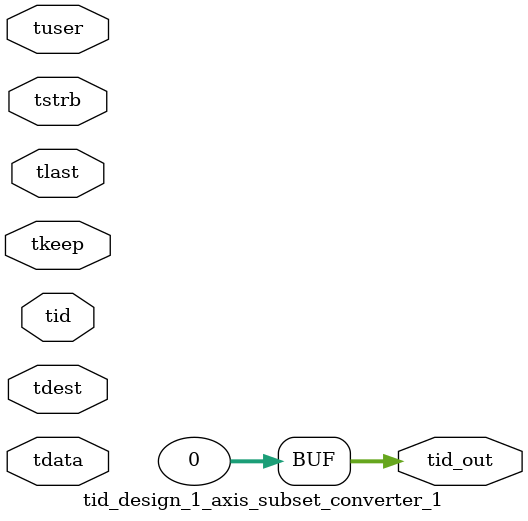
<source format=v>


`timescale 1ps/1ps

module tid_design_1_axis_subset_converter_1 #
(
parameter C_S_AXIS_TID_WIDTH   = 1,
parameter C_S_AXIS_TUSER_WIDTH = 0,
parameter C_S_AXIS_TDATA_WIDTH = 0,
parameter C_S_AXIS_TDEST_WIDTH = 0,
parameter C_M_AXIS_TID_WIDTH   = 32
)
(
input  [(C_S_AXIS_TID_WIDTH   == 0 ? 1 : C_S_AXIS_TID_WIDTH)-1:0       ] tid,
input  [(C_S_AXIS_TDATA_WIDTH == 0 ? 1 : C_S_AXIS_TDATA_WIDTH)-1:0     ] tdata,
input  [(C_S_AXIS_TUSER_WIDTH == 0 ? 1 : C_S_AXIS_TUSER_WIDTH)-1:0     ] tuser,
input  [(C_S_AXIS_TDEST_WIDTH == 0 ? 1 : C_S_AXIS_TDEST_WIDTH)-1:0     ] tdest,
input  [(C_S_AXIS_TDATA_WIDTH/8)-1:0 ] tkeep,
input  [(C_S_AXIS_TDATA_WIDTH/8)-1:0 ] tstrb,
input                                                                    tlast,
output [(C_M_AXIS_TID_WIDTH   == 0 ? 1 : C_M_AXIS_TID_WIDTH)-1:0       ] tid_out
);

assign tid_out = {1'b0};

endmodule


</source>
